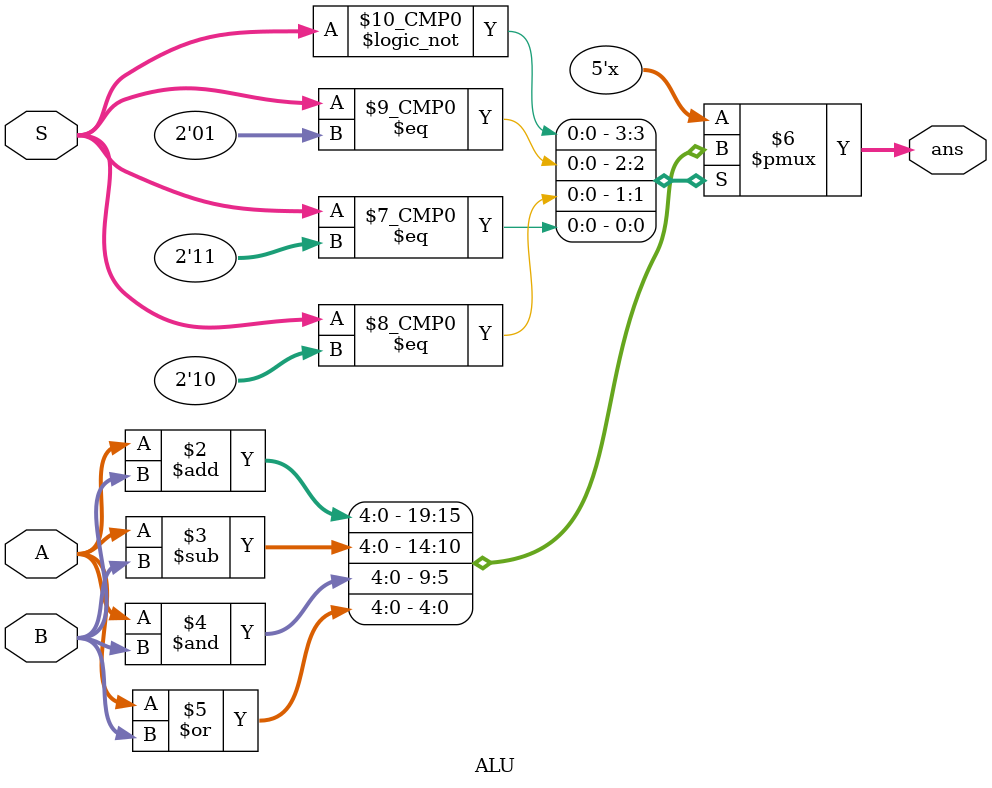
<source format=v>
`timescale 1ns / 1ps
module ALU(
input [1:0]S, //function select
input [2:0]A,
input [2:0]B,
output reg [4:0]ans
    );
always@(S or A or B)begin
	case(S)
	0: ans = A+B;
	1: ans = A-B;
	2: ans = A & B;
	3: ans = A | B;
	default : ans=5'd0;
	endcase
end
endmodule

</source>
